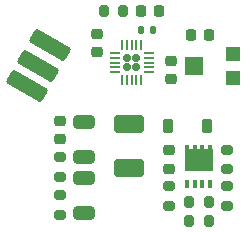
<source format=gbr>
%TF.GenerationSoftware,KiCad,Pcbnew,9.0.1*%
%TF.CreationDate,2025-10-15T21:57:33+02:00*%
%TF.ProjectId,Air_pump_controler,4169725f-7075-46d7-905f-636f6e74726f,0.1*%
%TF.SameCoordinates,Original*%
%TF.FileFunction,Paste,Top*%
%TF.FilePolarity,Positive*%
%FSLAX46Y46*%
G04 Gerber Fmt 4.6, Leading zero omitted, Abs format (unit mm)*
G04 Created by KiCad (PCBNEW 9.0.1) date 2025-10-15 21:57:33*
%MOMM*%
%LPD*%
G01*
G04 APERTURE LIST*
G04 Aperture macros list*
%AMRoundRect*
0 Rectangle with rounded corners*
0 $1 Rounding radius*
0 $2 $3 $4 $5 $6 $7 $8 $9 X,Y pos of 4 corners*
0 Add a 4 corners polygon primitive as box body*
4,1,4,$2,$3,$4,$5,$6,$7,$8,$9,$2,$3,0*
0 Add four circle primitives for the rounded corners*
1,1,$1+$1,$2,$3*
1,1,$1+$1,$4,$5*
1,1,$1+$1,$6,$7*
1,1,$1+$1,$8,$9*
0 Add four rect primitives between the rounded corners*
20,1,$1+$1,$2,$3,$4,$5,0*
20,1,$1+$1,$4,$5,$6,$7,0*
20,1,$1+$1,$6,$7,$8,$9,0*
20,1,$1+$1,$8,$9,$2,$3,0*%
G04 Aperture macros list end*
%ADD10RoundRect,0.050000X0.050000X0.375000X-0.050000X0.375000X-0.050000X-0.375000X0.050000X-0.375000X0*%
%ADD11RoundRect,0.050000X0.375000X0.050000X-0.375000X0.050000X-0.375000X-0.050000X0.375000X-0.050000X0*%
%ADD12RoundRect,0.167500X0.167500X0.167500X-0.167500X0.167500X-0.167500X-0.167500X0.167500X-0.167500X0*%
%ADD13RoundRect,0.218750X0.218750X0.256250X-0.218750X0.256250X-0.218750X-0.256250X0.218750X-0.256250X0*%
%ADD14RoundRect,0.225000X-0.225000X-0.250000X0.225000X-0.250000X0.225000X0.250000X-0.225000X0.250000X0*%
%ADD15RoundRect,0.200000X0.200000X0.275000X-0.200000X0.275000X-0.200000X-0.275000X0.200000X-0.275000X0*%
%ADD16RoundRect,0.200000X-0.275000X0.200000X-0.275000X-0.200000X0.275000X-0.200000X0.275000X0.200000X0*%
%ADD17RoundRect,0.225000X-0.250000X0.225000X-0.250000X-0.225000X0.250000X-0.225000X0.250000X0.225000X0*%
%ADD18RoundRect,0.140000X-0.140000X-0.170000X0.140000X-0.170000X0.140000X0.170000X-0.140000X0.170000X0*%
%ADD19RoundRect,0.250000X0.650000X-0.325000X0.650000X0.325000X-0.650000X0.325000X-0.650000X-0.325000X0*%
%ADD20RoundRect,0.225000X-0.225000X-0.375000X0.225000X-0.375000X0.225000X0.375000X-0.225000X0.375000X0*%
%ADD21RoundRect,0.250001X0.999999X-0.499999X0.999999X0.499999X-0.999999X0.499999X-0.999999X-0.499999X0*%
%ADD22RoundRect,0.250000X-0.650000X0.325000X-0.650000X-0.325000X0.650000X-0.325000X0.650000X0.325000X0*%
%ADD23R,0.420000X0.700000*%
%ADD24R,0.420000X0.400000*%
%ADD25R,2.370000X1.850000*%
%ADD26R,1.200000X1.200000*%
%ADD27R,1.500000X1.600000*%
%ADD28RoundRect,0.200000X0.275000X-0.200000X0.275000X0.200000X-0.275000X0.200000X-0.275000X-0.200000X0*%
%ADD29RoundRect,0.225000X0.250000X-0.225000X0.250000X0.225000X-0.250000X0.225000X-0.250000X-0.225000X0*%
%ADD30RoundRect,0.250000X1.099038X-1.096410X1.499038X-0.403590X-1.099038X1.096410X-1.499038X0.403590X0*%
G04 APERTURE END LIST*
D10*
%TO.C,U1*%
X158000000Y-85650000D03*
X157600000Y-85650000D03*
X157200000Y-85650000D03*
X156800000Y-85650000D03*
X156400000Y-85650000D03*
D11*
X155750000Y-85000000D03*
X155750000Y-84600000D03*
X155750000Y-84200000D03*
X155750000Y-83800000D03*
X155750000Y-83400000D03*
D10*
X156400000Y-82750000D03*
X156800000Y-82750000D03*
X157200000Y-82750000D03*
X157600000Y-82750000D03*
X158000000Y-82750000D03*
D11*
X158650000Y-83400000D03*
X158650000Y-83800000D03*
X158650000Y-84200000D03*
X158650000Y-84600000D03*
X158650000Y-85000000D03*
D12*
X156790000Y-83790000D03*
X156790000Y-84610000D03*
X157610000Y-83790000D03*
X157610000Y-84610000D03*
%TD*%
D13*
%TO.C,D2*%
X159537501Y-79800000D03*
X157962499Y-79800000D03*
%TD*%
D14*
%TO.C,C9*%
X163775000Y-81850000D03*
X162225000Y-81850000D03*
%TD*%
D15*
%TO.C,R9*%
X156475000Y-79800000D03*
X154825000Y-79800000D03*
%TD*%
D16*
%TO.C,R8*%
X160400000Y-94675000D03*
X160400000Y-96325000D03*
%TD*%
D17*
%TO.C,C6*%
X160400000Y-91625000D03*
X160400000Y-93175000D03*
%TD*%
D18*
%TO.C,C5*%
X158020000Y-81450000D03*
X158980000Y-81450000D03*
%TD*%
D19*
%TO.C,C1*%
X153150000Y-93975000D03*
X153150000Y-96925000D03*
%TD*%
D20*
%TO.C,D1*%
X160300000Y-89600000D03*
X163600000Y-89600000D03*
%TD*%
D15*
%TO.C,R7*%
X163725000Y-96000000D03*
X162075000Y-96000000D03*
%TD*%
D21*
%TO.C,L1*%
X156950000Y-93100000D03*
X156950000Y-89400000D03*
%TD*%
D22*
%TO.C,C4*%
X153150000Y-89225000D03*
X153150000Y-92175000D03*
%TD*%
D17*
%TO.C,C3*%
X151100000Y-89125000D03*
X151100000Y-90675000D03*
%TD*%
D23*
%TO.C,Q1*%
X161900000Y-94500000D03*
X162550000Y-94500000D03*
X163200000Y-94500000D03*
X163850000Y-94500000D03*
D24*
X161900000Y-91350000D03*
X162550000Y-91350000D03*
D25*
X162875000Y-92475000D03*
D24*
X163200000Y-91350000D03*
X163850000Y-91350000D03*
%TD*%
D16*
%TO.C,TH1*%
X165300000Y-91575000D03*
X165300000Y-93225000D03*
%TD*%
D17*
%TO.C,C10*%
X160550000Y-84075000D03*
X160550000Y-85625000D03*
%TD*%
D26*
%TO.C,RV1*%
X165750000Y-85500000D03*
D27*
X162500000Y-84500000D03*
D26*
X165750000Y-83500000D03*
%TD*%
D28*
%TO.C,R6*%
X165300000Y-96325000D03*
X165300000Y-94675000D03*
%TD*%
D15*
%TO.C,R5*%
X163725000Y-97600000D03*
X162075000Y-97600000D03*
%TD*%
D16*
%TO.C,R4*%
X151100000Y-92225000D03*
X151100000Y-93875000D03*
%TD*%
%TO.C,R3*%
X151100000Y-95425000D03*
X151100000Y-97075000D03*
%TD*%
D29*
%TO.C,C8*%
X154250000Y-83325000D03*
X154250000Y-81775000D03*
%TD*%
D30*
%TO.C,J1*%
X148300000Y-86182051D03*
X149300000Y-84450000D03*
X150300000Y-82717949D03*
%TD*%
M02*

</source>
